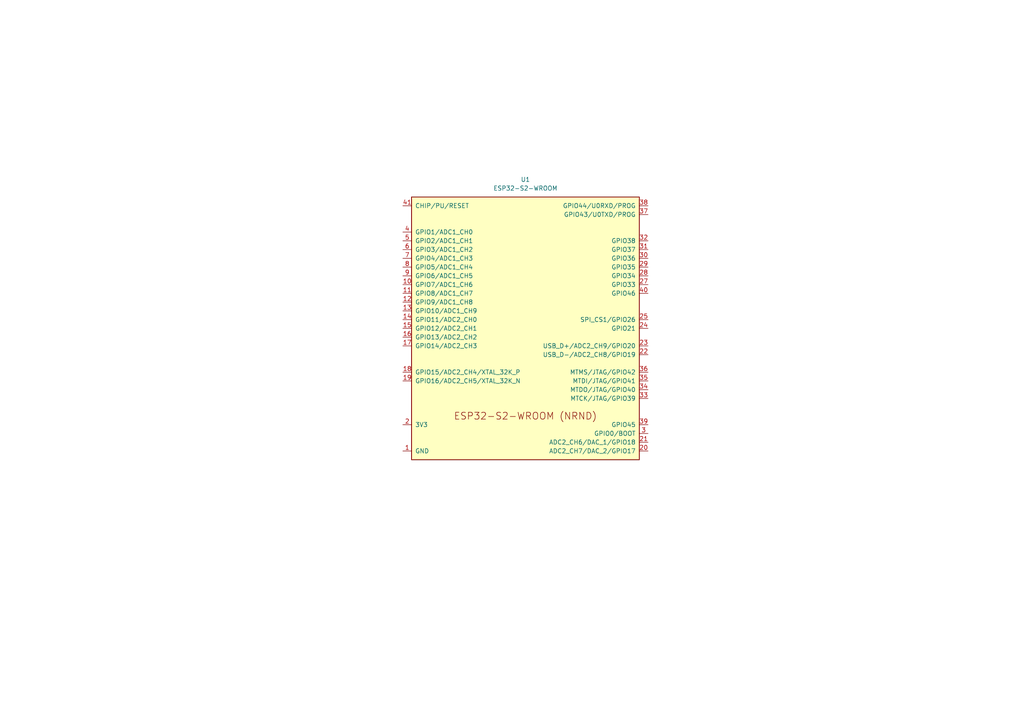
<source format=kicad_sch>
(kicad_sch (version 20250114) (generator "eeschema") (generator_version "9.0")
  (paper "A4")
  (lib_symbols
    (symbol "Espressif:ESP32-S2-WROOM" (pin_names (offset 1.016))
      (property "Reference" "U" (at -33.02 43.18 0))
      (property "Value" "ESP32-S2-WROOM" (at -33.02 40.64 0))
      (symbol "ESP32-S2-WROOM_0_0"
        (pin passive line (at -35.56 -35.56 0) (length 2.54) (hide yes) (name "GND") (number "43"))
      )
      (symbol "ESP32-S2-WROOM_1_1"
        (rectangle (start -33.02 38.1) (end 33.02 -38.1) (stroke (width 0.254)) (fill (type background)))
        (text "ESP32-S2-WROOM (NRND)" (at 0 -25.4 0) (effects (font (size 2 2))))
        (pin input line (at -35.56 35.56 0) (length 2.54) (name "CHIP/PU/RESET") (number "41"))
        (pin bidirectional line (at -35.56 27.94 0) (length 2.54) (name "GPIO1/ADC1_CH0") (number "4"))
        (pin bidirectional line (at -35.56 25.4 0) (length 2.54) (name "GPIO2/ADC1_CH1") (number "5"))
        (pin bidirectional line (at -35.56 22.86 0) (length 2.54) (name "GPIO3/ADC1_CH2") (number "6"))
        (pin bidirectional line (at -35.56 20.32 0) (length 2.54) (name "GPIO4/ADC1_CH3") (number "7"))
        (pin bidirectional line (at -35.56 17.78 0) (length 2.54) (name "GPIO5/ADC1_CH4") (number "8"))
        (pin bidirectional line (at -35.56 15.24 0) (length 2.54) (name "GPIO6/ADC1_CH5") (number "9"))
        (pin bidirectional line (at -35.56 12.7 0) (length 2.54) (name "GPIO7/ADC1_CH6") (number "10"))
        (pin bidirectional line (at -35.56 10.16 0) (length 2.54) (name "GPIO8/ADC1_CH7") (number "11"))
        (pin bidirectional line (at -35.56 7.62 0) (length 2.54) (name "GPIO9/ADC1_CH8") (number "12"))
        (pin bidirectional line (at -35.56 5.08 0) (length 2.54) (name "GPIO10/ADC1_CH9") (number "13"))
        (pin bidirectional line (at -35.56 2.54 0) (length 2.54) (name "GPIO11/ADC2_CH0") (number "14"))
        (pin bidirectional line (at -35.56 0 0) (length 2.54) (name "GPIO12/ADC2_CH1") (number "15"))
        (pin bidirectional line (at -35.56 -2.54 0) (length 2.54) (name "GPIO13/ADC2_CH2") (number "16"))
        (pin bidirectional line (at -35.56 -5.08 0) (length 2.54) (name "GPIO14/ADC2_CH3") (number "17"))
        (pin bidirectional line (at -35.56 -12.7 0) (length 2.54) (name "GPIO15/ADC2_CH4/XTAL_32K_P") (number "18"))
        (pin bidirectional line (at -35.56 -15.24 0) (length 2.54) (name "GPIO16/ADC2_CH5/XTAL_32K_N") (number "19"))
        (pin power_in line (at -35.56 -27.94 0) (length 2.54) (name "3V3") (number "2"))
        (pin power_in line (at -35.56 -35.56 0) (length 2.54) (name "GND") (number "1"))
        (pin passive line (at -35.56 -35.56 0) (length 2.54) (hide yes) (name "GND") (number "26"))
        (pin passive line (at -35.56 -35.56 0) (length 2.54) (hide yes) (name "GND") (number "42"))
        (pin bidirectional line (at 35.56 35.56 180) (length 2.54) (name "GPIO44/U0RXD/PROG") (number "38"))
        (pin bidirectional line (at 35.56 33.02 180) (length 2.54) (name "GPIO43/U0TXD/PROG") (number "37"))
        (pin bidirectional line (at 35.56 25.4 180) (length 2.54) (name "GPIO38") (number "32"))
        (pin bidirectional line (at 35.56 22.86 180) (length 2.54) (name "GPIO37") (number "31"))
        (pin bidirectional line (at 35.56 20.32 180) (length 2.54) (name "GPIO36") (number "30"))
        (pin bidirectional line (at 35.56 17.78 180) (length 2.54) (name "GPIO35") (number "29"))
        (pin bidirectional line (at 35.56 15.24 180) (length 2.54) (name "GPIO34") (number "28"))
        (pin bidirectional line (at 35.56 12.7 180) (length 2.54) (name "GPIO33") (number "27"))
        (pin input line (at 35.56 10.16 180) (length 2.54) (name "GPIO46") (number "40"))
        (pin bidirectional line (at 35.56 2.54 180) (length 2.54) (name "SPI_CS1/GPIO26") (number "25"))
        (pin bidirectional line (at 35.56 0 180) (length 2.54) (name "GPIO21") (number "24"))
        (pin bidirectional line (at 35.56 -5.08 180) (length 2.54) (name "USB_D+/ADC2_CH9/GPIO20") (number "23"))
        (pin bidirectional line (at 35.56 -7.62 180) (length 2.54) (name "USB_D-/ADC2_CH8/GPIO19") (number "22"))
        (pin bidirectional line (at 35.56 -12.7 180) (length 2.54) (name "MTMS/JTAG/GPIO42") (number "36"))
        (pin bidirectional line (at 35.56 -15.24 180) (length 2.54) (name "MTDI/JTAG/GPIO41") (number "35"))
        (pin bidirectional line (at 35.56 -17.78 180) (length 2.54) (name "MTDO/JTAG/GPIO40") (number "34"))
        (pin bidirectional line (at 35.56 -20.32 180) (length 2.54) (name "MTCK/JTAG/GPIO39") (number "33"))
        (pin bidirectional line (at 35.56 -27.94 180) (length 2.54) (name "GPIO45") (number "39"))
        (pin bidirectional line (at 35.56 -30.48 180) (length 2.54) (name "GPIO0/BOOT") (number "3"))
        (pin bidirectional line (at 35.56 -33.02 180) (length 2.54) (name "ADC2_CH6/DAC_1/GPIO18") (number "21"))
        (pin bidirectional line (at 35.56 -35.56 180) (length 2.54) (name "ADC2_CH7/DAC_2/GPIO17") (number "20"))
      )
    )
  )
  (symbol (lib_id "Espressif:ESP32-S2-WROOM") (at 152.4 95.25 0) (unit 1)
    (property "Reference" "U1" (at 152.4 52.07 0))
    (property "Value" "ESP32-S2-WROOM" (at 152.4 54.61 0))
    (property "Footprint" "Espressif:ESP32-S2-WROOM" (effects (hide yes)))
    (property "Datasheet" "https://www.espressif.com/sites/default/files/documentation/esp32-s2-wroom_esp32-s2-wroom-i_datasheet_en.pdf" (effects (hide yes)))
  )
)
</source>
